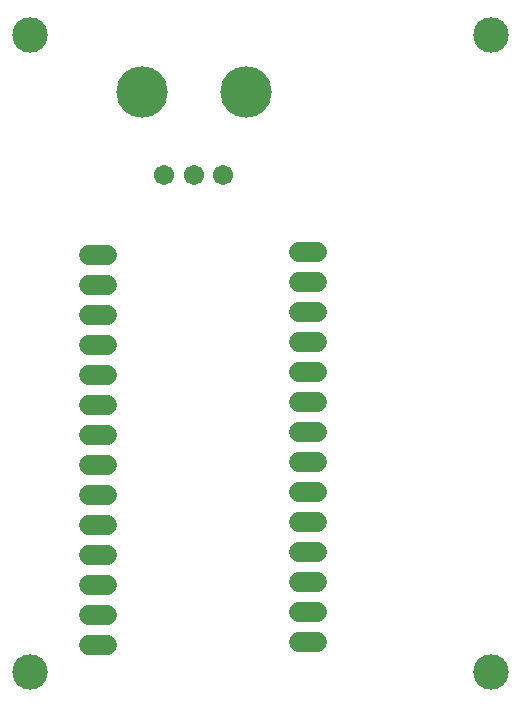
<source format=gbr>
G04 EAGLE Gerber RS-274X export*
G75*
%MOMM*%
%FSLAX34Y34*%
%LPD*%
%INSoldermask Bottom*%
%IPPOS*%
%AMOC8*
5,1,8,0,0,1.08239X$1,22.5*%
G01*
%ADD10C,3.003200*%
%ADD11C,1.727200*%
%ADD12C,1.711200*%
%ADD13C,4.358200*%


D10*
X30000Y570000D03*
X420000Y570000D03*
X420000Y30000D03*
X30000Y30000D03*
D11*
X80180Y383700D02*
X95420Y383700D01*
X95420Y358300D02*
X80180Y358300D01*
X80180Y332900D02*
X95420Y332900D01*
X95420Y307500D02*
X80180Y307500D01*
X80180Y282100D02*
X95420Y282100D01*
X95420Y256700D02*
X80180Y256700D01*
X80180Y231300D02*
X95420Y231300D01*
X95420Y205900D02*
X80180Y205900D01*
X80180Y180500D02*
X95420Y180500D01*
X95420Y155100D02*
X80180Y155100D01*
X80180Y129700D02*
X95420Y129700D01*
X95420Y104300D02*
X80180Y104300D01*
X80180Y78900D02*
X95420Y78900D01*
X95420Y53500D02*
X80180Y53500D01*
X257280Y55400D02*
X272520Y55400D01*
X272520Y80800D02*
X257280Y80800D01*
X257280Y106200D02*
X272520Y106200D01*
X272520Y131600D02*
X257280Y131600D01*
X257280Y157000D02*
X272520Y157000D01*
X272520Y182400D02*
X257280Y182400D01*
X257280Y207800D02*
X272520Y207800D01*
X272520Y233200D02*
X257280Y233200D01*
X257280Y258600D02*
X272520Y258600D01*
X272520Y284000D02*
X257280Y284000D01*
X257280Y309400D02*
X272520Y309400D01*
X272520Y334800D02*
X257280Y334800D01*
X257280Y360200D02*
X272520Y360200D01*
X272520Y385600D02*
X257280Y385600D01*
D12*
X143700Y451400D03*
X168700Y451400D03*
X193700Y451400D03*
D13*
X124700Y521400D03*
X212700Y521400D03*
M02*

</source>
